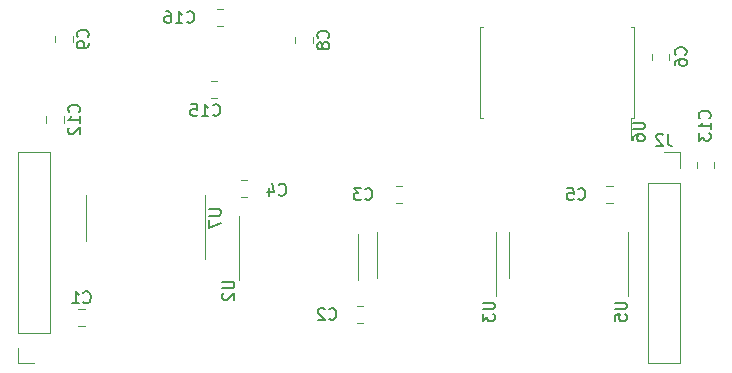
<source format=gbr>
%TF.GenerationSoftware,KiCad,Pcbnew,7.0.10*%
%TF.CreationDate,2024-02-26T12:25:31-08:00*%
%TF.ProjectId,vgaterm-top,76676174-6572-46d2-9d74-6f702e6b6963,rev?*%
%TF.SameCoordinates,Original*%
%TF.FileFunction,Legend,Bot*%
%TF.FilePolarity,Positive*%
%FSLAX46Y46*%
G04 Gerber Fmt 4.6, Leading zero omitted, Abs format (unit mm)*
G04 Created by KiCad (PCBNEW 7.0.10) date 2024-02-26 12:25:31*
%MOMM*%
%LPD*%
G01*
G04 APERTURE LIST*
%ADD10C,0.150000*%
%ADD11C,0.120000*%
G04 APERTURE END LIST*
D10*
X110061333Y-64688819D02*
X110061333Y-65403104D01*
X110061333Y-65403104D02*
X110108952Y-65545961D01*
X110108952Y-65545961D02*
X110204190Y-65641200D01*
X110204190Y-65641200D02*
X110347047Y-65688819D01*
X110347047Y-65688819D02*
X110442285Y-65688819D01*
X109632761Y-64784057D02*
X109585142Y-64736438D01*
X109585142Y-64736438D02*
X109489904Y-64688819D01*
X109489904Y-64688819D02*
X109251809Y-64688819D01*
X109251809Y-64688819D02*
X109156571Y-64736438D01*
X109156571Y-64736438D02*
X109108952Y-64784057D01*
X109108952Y-64784057D02*
X109061333Y-64879295D01*
X109061333Y-64879295D02*
X109061333Y-64974533D01*
X109061333Y-64974533D02*
X109108952Y-65117390D01*
X109108952Y-65117390D02*
X109680380Y-65688819D01*
X109680380Y-65688819D02*
X109061333Y-65688819D01*
X81392366Y-80369580D02*
X81439985Y-80417200D01*
X81439985Y-80417200D02*
X81582842Y-80464819D01*
X81582842Y-80464819D02*
X81678080Y-80464819D01*
X81678080Y-80464819D02*
X81820937Y-80417200D01*
X81820937Y-80417200D02*
X81916175Y-80321961D01*
X81916175Y-80321961D02*
X81963794Y-80226723D01*
X81963794Y-80226723D02*
X82011413Y-80036247D01*
X82011413Y-80036247D02*
X82011413Y-79893390D01*
X82011413Y-79893390D02*
X81963794Y-79702914D01*
X81963794Y-79702914D02*
X81916175Y-79607676D01*
X81916175Y-79607676D02*
X81820937Y-79512438D01*
X81820937Y-79512438D02*
X81678080Y-79464819D01*
X81678080Y-79464819D02*
X81582842Y-79464819D01*
X81582842Y-79464819D02*
X81439985Y-79512438D01*
X81439985Y-79512438D02*
X81392366Y-79560057D01*
X81011413Y-79560057D02*
X80963794Y-79512438D01*
X80963794Y-79512438D02*
X80868556Y-79464819D01*
X80868556Y-79464819D02*
X80630461Y-79464819D01*
X80630461Y-79464819D02*
X80535223Y-79512438D01*
X80535223Y-79512438D02*
X80487604Y-79560057D01*
X80487604Y-79560057D02*
X80439985Y-79655295D01*
X80439985Y-79655295D02*
X80439985Y-79750533D01*
X80439985Y-79750533D02*
X80487604Y-79893390D01*
X80487604Y-79893390D02*
X81059032Y-80464819D01*
X81059032Y-80464819D02*
X80439985Y-80464819D01*
X69349857Y-55223580D02*
X69397476Y-55271200D01*
X69397476Y-55271200D02*
X69540333Y-55318819D01*
X69540333Y-55318819D02*
X69635571Y-55318819D01*
X69635571Y-55318819D02*
X69778428Y-55271200D01*
X69778428Y-55271200D02*
X69873666Y-55175961D01*
X69873666Y-55175961D02*
X69921285Y-55080723D01*
X69921285Y-55080723D02*
X69968904Y-54890247D01*
X69968904Y-54890247D02*
X69968904Y-54747390D01*
X69968904Y-54747390D02*
X69921285Y-54556914D01*
X69921285Y-54556914D02*
X69873666Y-54461676D01*
X69873666Y-54461676D02*
X69778428Y-54366438D01*
X69778428Y-54366438D02*
X69635571Y-54318819D01*
X69635571Y-54318819D02*
X69540333Y-54318819D01*
X69540333Y-54318819D02*
X69397476Y-54366438D01*
X69397476Y-54366438D02*
X69349857Y-54414057D01*
X68397476Y-55318819D02*
X68968904Y-55318819D01*
X68683190Y-55318819D02*
X68683190Y-54318819D01*
X68683190Y-54318819D02*
X68778428Y-54461676D01*
X68778428Y-54461676D02*
X68873666Y-54556914D01*
X68873666Y-54556914D02*
X68968904Y-54604533D01*
X67540333Y-54318819D02*
X67730809Y-54318819D01*
X67730809Y-54318819D02*
X67826047Y-54366438D01*
X67826047Y-54366438D02*
X67873666Y-54414057D01*
X67873666Y-54414057D02*
X67968904Y-54556914D01*
X67968904Y-54556914D02*
X68016523Y-54747390D01*
X68016523Y-54747390D02*
X68016523Y-55128342D01*
X68016523Y-55128342D02*
X67968904Y-55223580D01*
X67968904Y-55223580D02*
X67921285Y-55271200D01*
X67921285Y-55271200D02*
X67826047Y-55318819D01*
X67826047Y-55318819D02*
X67635571Y-55318819D01*
X67635571Y-55318819D02*
X67540333Y-55271200D01*
X67540333Y-55271200D02*
X67492714Y-55223580D01*
X67492714Y-55223580D02*
X67445095Y-55128342D01*
X67445095Y-55128342D02*
X67445095Y-54890247D01*
X67445095Y-54890247D02*
X67492714Y-54795009D01*
X67492714Y-54795009D02*
X67540333Y-54747390D01*
X67540333Y-54747390D02*
X67635571Y-54699771D01*
X67635571Y-54699771D02*
X67826047Y-54699771D01*
X67826047Y-54699771D02*
X67921285Y-54747390D01*
X67921285Y-54747390D02*
X67968904Y-54795009D01*
X67968904Y-54795009D02*
X68016523Y-54890247D01*
X60205580Y-62835642D02*
X60253200Y-62788023D01*
X60253200Y-62788023D02*
X60300819Y-62645166D01*
X60300819Y-62645166D02*
X60300819Y-62549928D01*
X60300819Y-62549928D02*
X60253200Y-62407071D01*
X60253200Y-62407071D02*
X60157961Y-62311833D01*
X60157961Y-62311833D02*
X60062723Y-62264214D01*
X60062723Y-62264214D02*
X59872247Y-62216595D01*
X59872247Y-62216595D02*
X59729390Y-62216595D01*
X59729390Y-62216595D02*
X59538914Y-62264214D01*
X59538914Y-62264214D02*
X59443676Y-62311833D01*
X59443676Y-62311833D02*
X59348438Y-62407071D01*
X59348438Y-62407071D02*
X59300819Y-62549928D01*
X59300819Y-62549928D02*
X59300819Y-62645166D01*
X59300819Y-62645166D02*
X59348438Y-62788023D01*
X59348438Y-62788023D02*
X59396057Y-62835642D01*
X60300819Y-63788023D02*
X60300819Y-63216595D01*
X60300819Y-63502309D02*
X59300819Y-63502309D01*
X59300819Y-63502309D02*
X59443676Y-63407071D01*
X59443676Y-63407071D02*
X59538914Y-63311833D01*
X59538914Y-63311833D02*
X59586533Y-63216595D01*
X59396057Y-64168976D02*
X59348438Y-64216595D01*
X59348438Y-64216595D02*
X59300819Y-64311833D01*
X59300819Y-64311833D02*
X59300819Y-64549928D01*
X59300819Y-64549928D02*
X59348438Y-64645166D01*
X59348438Y-64645166D02*
X59396057Y-64692785D01*
X59396057Y-64692785D02*
X59491295Y-64740404D01*
X59491295Y-64740404D02*
X59586533Y-64740404D01*
X59586533Y-64740404D02*
X59729390Y-64692785D01*
X59729390Y-64692785D02*
X60300819Y-64121357D01*
X60300819Y-64121357D02*
X60300819Y-64740404D01*
X72352819Y-77216095D02*
X73162342Y-77216095D01*
X73162342Y-77216095D02*
X73257580Y-77263714D01*
X73257580Y-77263714D02*
X73305200Y-77311333D01*
X73305200Y-77311333D02*
X73352819Y-77406571D01*
X73352819Y-77406571D02*
X73352819Y-77597047D01*
X73352819Y-77597047D02*
X73305200Y-77692285D01*
X73305200Y-77692285D02*
X73257580Y-77739904D01*
X73257580Y-77739904D02*
X73162342Y-77787523D01*
X73162342Y-77787523D02*
X72352819Y-77787523D01*
X72448057Y-78216095D02*
X72400438Y-78263714D01*
X72400438Y-78263714D02*
X72352819Y-78358952D01*
X72352819Y-78358952D02*
X72352819Y-78597047D01*
X72352819Y-78597047D02*
X72400438Y-78692285D01*
X72400438Y-78692285D02*
X72448057Y-78739904D01*
X72448057Y-78739904D02*
X72543295Y-78787523D01*
X72543295Y-78787523D02*
X72638533Y-78787523D01*
X72638533Y-78787523D02*
X72781390Y-78739904D01*
X72781390Y-78739904D02*
X73352819Y-78168476D01*
X73352819Y-78168476D02*
X73352819Y-78787523D01*
X102474366Y-70209580D02*
X102521985Y-70257200D01*
X102521985Y-70257200D02*
X102664842Y-70304819D01*
X102664842Y-70304819D02*
X102760080Y-70304819D01*
X102760080Y-70304819D02*
X102902937Y-70257200D01*
X102902937Y-70257200D02*
X102998175Y-70161961D01*
X102998175Y-70161961D02*
X103045794Y-70066723D01*
X103045794Y-70066723D02*
X103093413Y-69876247D01*
X103093413Y-69876247D02*
X103093413Y-69733390D01*
X103093413Y-69733390D02*
X103045794Y-69542914D01*
X103045794Y-69542914D02*
X102998175Y-69447676D01*
X102998175Y-69447676D02*
X102902937Y-69352438D01*
X102902937Y-69352438D02*
X102760080Y-69304819D01*
X102760080Y-69304819D02*
X102664842Y-69304819D01*
X102664842Y-69304819D02*
X102521985Y-69352438D01*
X102521985Y-69352438D02*
X102474366Y-69400057D01*
X101569604Y-69304819D02*
X102045794Y-69304819D01*
X102045794Y-69304819D02*
X102093413Y-69781009D01*
X102093413Y-69781009D02*
X102045794Y-69733390D01*
X102045794Y-69733390D02*
X101950556Y-69685771D01*
X101950556Y-69685771D02*
X101712461Y-69685771D01*
X101712461Y-69685771D02*
X101617223Y-69733390D01*
X101617223Y-69733390D02*
X101569604Y-69781009D01*
X101569604Y-69781009D02*
X101521985Y-69876247D01*
X101521985Y-69876247D02*
X101521985Y-70114342D01*
X101521985Y-70114342D02*
X101569604Y-70209580D01*
X101569604Y-70209580D02*
X101617223Y-70257200D01*
X101617223Y-70257200D02*
X101712461Y-70304819D01*
X101712461Y-70304819D02*
X101950556Y-70304819D01*
X101950556Y-70304819D02*
X102045794Y-70257200D01*
X102045794Y-70257200D02*
X102093413Y-70209580D01*
X71213519Y-71055095D02*
X72023042Y-71055095D01*
X72023042Y-71055095D02*
X72118280Y-71102714D01*
X72118280Y-71102714D02*
X72165900Y-71150333D01*
X72165900Y-71150333D02*
X72213519Y-71245571D01*
X72213519Y-71245571D02*
X72213519Y-71436047D01*
X72213519Y-71436047D02*
X72165900Y-71531285D01*
X72165900Y-71531285D02*
X72118280Y-71578904D01*
X72118280Y-71578904D02*
X72023042Y-71626523D01*
X72023042Y-71626523D02*
X71213519Y-71626523D01*
X71213519Y-72007476D02*
X71213519Y-72674142D01*
X71213519Y-72674142D02*
X72213519Y-72245571D01*
X105572519Y-78994095D02*
X106382042Y-78994095D01*
X106382042Y-78994095D02*
X106477280Y-79041714D01*
X106477280Y-79041714D02*
X106524900Y-79089333D01*
X106524900Y-79089333D02*
X106572519Y-79184571D01*
X106572519Y-79184571D02*
X106572519Y-79375047D01*
X106572519Y-79375047D02*
X106524900Y-79470285D01*
X106524900Y-79470285D02*
X106477280Y-79517904D01*
X106477280Y-79517904D02*
X106382042Y-79565523D01*
X106382042Y-79565523D02*
X105572519Y-79565523D01*
X105572519Y-80517904D02*
X105572519Y-80041714D01*
X105572519Y-80041714D02*
X106048709Y-79994095D01*
X106048709Y-79994095D02*
X106001090Y-80041714D01*
X106001090Y-80041714D02*
X105953471Y-80136952D01*
X105953471Y-80136952D02*
X105953471Y-80375047D01*
X105953471Y-80375047D02*
X106001090Y-80470285D01*
X106001090Y-80470285D02*
X106048709Y-80517904D01*
X106048709Y-80517904D02*
X106143947Y-80565523D01*
X106143947Y-80565523D02*
X106382042Y-80565523D01*
X106382042Y-80565523D02*
X106477280Y-80517904D01*
X106477280Y-80517904D02*
X106524900Y-80470285D01*
X106524900Y-80470285D02*
X106572519Y-80375047D01*
X106572519Y-80375047D02*
X106572519Y-80136952D01*
X106572519Y-80136952D02*
X106524900Y-80041714D01*
X106524900Y-80041714D02*
X106477280Y-79994095D01*
X71551857Y-63097580D02*
X71599476Y-63145200D01*
X71599476Y-63145200D02*
X71742333Y-63192819D01*
X71742333Y-63192819D02*
X71837571Y-63192819D01*
X71837571Y-63192819D02*
X71980428Y-63145200D01*
X71980428Y-63145200D02*
X72075666Y-63049961D01*
X72075666Y-63049961D02*
X72123285Y-62954723D01*
X72123285Y-62954723D02*
X72170904Y-62764247D01*
X72170904Y-62764247D02*
X72170904Y-62621390D01*
X72170904Y-62621390D02*
X72123285Y-62430914D01*
X72123285Y-62430914D02*
X72075666Y-62335676D01*
X72075666Y-62335676D02*
X71980428Y-62240438D01*
X71980428Y-62240438D02*
X71837571Y-62192819D01*
X71837571Y-62192819D02*
X71742333Y-62192819D01*
X71742333Y-62192819D02*
X71599476Y-62240438D01*
X71599476Y-62240438D02*
X71551857Y-62288057D01*
X70599476Y-63192819D02*
X71170904Y-63192819D01*
X70885190Y-63192819D02*
X70885190Y-62192819D01*
X70885190Y-62192819D02*
X70980428Y-62335676D01*
X70980428Y-62335676D02*
X71075666Y-62430914D01*
X71075666Y-62430914D02*
X71170904Y-62478533D01*
X69694714Y-62192819D02*
X70170904Y-62192819D01*
X70170904Y-62192819D02*
X70218523Y-62669009D01*
X70218523Y-62669009D02*
X70170904Y-62621390D01*
X70170904Y-62621390D02*
X70075666Y-62573771D01*
X70075666Y-62573771D02*
X69837571Y-62573771D01*
X69837571Y-62573771D02*
X69742333Y-62621390D01*
X69742333Y-62621390D02*
X69694714Y-62669009D01*
X69694714Y-62669009D02*
X69647095Y-62764247D01*
X69647095Y-62764247D02*
X69647095Y-63002342D01*
X69647095Y-63002342D02*
X69694714Y-63097580D01*
X69694714Y-63097580D02*
X69742333Y-63145200D01*
X69742333Y-63145200D02*
X69837571Y-63192819D01*
X69837571Y-63192819D02*
X70075666Y-63192819D01*
X70075666Y-63192819D02*
X70170904Y-63145200D01*
X70170904Y-63145200D02*
X70218523Y-63097580D01*
X84440366Y-70209580D02*
X84487985Y-70257200D01*
X84487985Y-70257200D02*
X84630842Y-70304819D01*
X84630842Y-70304819D02*
X84726080Y-70304819D01*
X84726080Y-70304819D02*
X84868937Y-70257200D01*
X84868937Y-70257200D02*
X84964175Y-70161961D01*
X84964175Y-70161961D02*
X85011794Y-70066723D01*
X85011794Y-70066723D02*
X85059413Y-69876247D01*
X85059413Y-69876247D02*
X85059413Y-69733390D01*
X85059413Y-69733390D02*
X85011794Y-69542914D01*
X85011794Y-69542914D02*
X84964175Y-69447676D01*
X84964175Y-69447676D02*
X84868937Y-69352438D01*
X84868937Y-69352438D02*
X84726080Y-69304819D01*
X84726080Y-69304819D02*
X84630842Y-69304819D01*
X84630842Y-69304819D02*
X84487985Y-69352438D01*
X84487985Y-69352438D02*
X84440366Y-69400057D01*
X84107032Y-69304819D02*
X83487985Y-69304819D01*
X83487985Y-69304819D02*
X83821318Y-69685771D01*
X83821318Y-69685771D02*
X83678461Y-69685771D01*
X83678461Y-69685771D02*
X83583223Y-69733390D01*
X83583223Y-69733390D02*
X83535604Y-69781009D01*
X83535604Y-69781009D02*
X83487985Y-69876247D01*
X83487985Y-69876247D02*
X83487985Y-70114342D01*
X83487985Y-70114342D02*
X83535604Y-70209580D01*
X83535604Y-70209580D02*
X83583223Y-70257200D01*
X83583223Y-70257200D02*
X83678461Y-70304819D01*
X83678461Y-70304819D02*
X83964175Y-70304819D01*
X83964175Y-70304819D02*
X84059413Y-70257200D01*
X84059413Y-70257200D02*
X84107032Y-70209580D01*
X107096519Y-63754095D02*
X107906042Y-63754095D01*
X107906042Y-63754095D02*
X108001280Y-63801714D01*
X108001280Y-63801714D02*
X108048900Y-63849333D01*
X108048900Y-63849333D02*
X108096519Y-63944571D01*
X108096519Y-63944571D02*
X108096519Y-64135047D01*
X108096519Y-64135047D02*
X108048900Y-64230285D01*
X108048900Y-64230285D02*
X108001280Y-64277904D01*
X108001280Y-64277904D02*
X107906042Y-64325523D01*
X107906042Y-64325523D02*
X107096519Y-64325523D01*
X107096519Y-65230285D02*
X107096519Y-65039809D01*
X107096519Y-65039809D02*
X107144138Y-64944571D01*
X107144138Y-64944571D02*
X107191757Y-64896952D01*
X107191757Y-64896952D02*
X107334614Y-64801714D01*
X107334614Y-64801714D02*
X107525090Y-64754095D01*
X107525090Y-64754095D02*
X107906042Y-64754095D01*
X107906042Y-64754095D02*
X108001280Y-64801714D01*
X108001280Y-64801714D02*
X108048900Y-64849333D01*
X108048900Y-64849333D02*
X108096519Y-64944571D01*
X108096519Y-64944571D02*
X108096519Y-65135047D01*
X108096519Y-65135047D02*
X108048900Y-65230285D01*
X108048900Y-65230285D02*
X108001280Y-65277904D01*
X108001280Y-65277904D02*
X107906042Y-65325523D01*
X107906042Y-65325523D02*
X107667947Y-65325523D01*
X107667947Y-65325523D02*
X107572709Y-65277904D01*
X107572709Y-65277904D02*
X107525090Y-65230285D01*
X107525090Y-65230285D02*
X107477471Y-65135047D01*
X107477471Y-65135047D02*
X107477471Y-64944571D01*
X107477471Y-64944571D02*
X107525090Y-64849333D01*
X107525090Y-64849333D02*
X107572709Y-64801714D01*
X107572709Y-64801714D02*
X107667947Y-64754095D01*
X111557280Y-57999333D02*
X111604900Y-57951714D01*
X111604900Y-57951714D02*
X111652519Y-57808857D01*
X111652519Y-57808857D02*
X111652519Y-57713619D01*
X111652519Y-57713619D02*
X111604900Y-57570762D01*
X111604900Y-57570762D02*
X111509661Y-57475524D01*
X111509661Y-57475524D02*
X111414423Y-57427905D01*
X111414423Y-57427905D02*
X111223947Y-57380286D01*
X111223947Y-57380286D02*
X111081090Y-57380286D01*
X111081090Y-57380286D02*
X110890614Y-57427905D01*
X110890614Y-57427905D02*
X110795376Y-57475524D01*
X110795376Y-57475524D02*
X110700138Y-57570762D01*
X110700138Y-57570762D02*
X110652519Y-57713619D01*
X110652519Y-57713619D02*
X110652519Y-57808857D01*
X110652519Y-57808857D02*
X110700138Y-57951714D01*
X110700138Y-57951714D02*
X110747757Y-57999333D01*
X110652519Y-58856476D02*
X110652519Y-58666000D01*
X110652519Y-58666000D02*
X110700138Y-58570762D01*
X110700138Y-58570762D02*
X110747757Y-58523143D01*
X110747757Y-58523143D02*
X110890614Y-58427905D01*
X110890614Y-58427905D02*
X111081090Y-58380286D01*
X111081090Y-58380286D02*
X111462042Y-58380286D01*
X111462042Y-58380286D02*
X111557280Y-58427905D01*
X111557280Y-58427905D02*
X111604900Y-58475524D01*
X111604900Y-58475524D02*
X111652519Y-58570762D01*
X111652519Y-58570762D02*
X111652519Y-58761238D01*
X111652519Y-58761238D02*
X111604900Y-58856476D01*
X111604900Y-58856476D02*
X111557280Y-58904095D01*
X111557280Y-58904095D02*
X111462042Y-58951714D01*
X111462042Y-58951714D02*
X111223947Y-58951714D01*
X111223947Y-58951714D02*
X111128709Y-58904095D01*
X111128709Y-58904095D02*
X111081090Y-58856476D01*
X111081090Y-58856476D02*
X111033471Y-58761238D01*
X111033471Y-58761238D02*
X111033471Y-58570762D01*
X111033471Y-58570762D02*
X111081090Y-58475524D01*
X111081090Y-58475524D02*
X111128709Y-58427905D01*
X111128709Y-58427905D02*
X111223947Y-58380286D01*
X113589280Y-63365142D02*
X113636900Y-63317523D01*
X113636900Y-63317523D02*
X113684519Y-63174666D01*
X113684519Y-63174666D02*
X113684519Y-63079428D01*
X113684519Y-63079428D02*
X113636900Y-62936571D01*
X113636900Y-62936571D02*
X113541661Y-62841333D01*
X113541661Y-62841333D02*
X113446423Y-62793714D01*
X113446423Y-62793714D02*
X113255947Y-62746095D01*
X113255947Y-62746095D02*
X113113090Y-62746095D01*
X113113090Y-62746095D02*
X112922614Y-62793714D01*
X112922614Y-62793714D02*
X112827376Y-62841333D01*
X112827376Y-62841333D02*
X112732138Y-62936571D01*
X112732138Y-62936571D02*
X112684519Y-63079428D01*
X112684519Y-63079428D02*
X112684519Y-63174666D01*
X112684519Y-63174666D02*
X112732138Y-63317523D01*
X112732138Y-63317523D02*
X112779757Y-63365142D01*
X113684519Y-64317523D02*
X113684519Y-63746095D01*
X113684519Y-64031809D02*
X112684519Y-64031809D01*
X112684519Y-64031809D02*
X112827376Y-63936571D01*
X112827376Y-63936571D02*
X112922614Y-63841333D01*
X112922614Y-63841333D02*
X112970233Y-63746095D01*
X112684519Y-64650857D02*
X112684519Y-65269904D01*
X112684519Y-65269904D02*
X113065471Y-64936571D01*
X113065471Y-64936571D02*
X113065471Y-65079428D01*
X113065471Y-65079428D02*
X113113090Y-65174666D01*
X113113090Y-65174666D02*
X113160709Y-65222285D01*
X113160709Y-65222285D02*
X113255947Y-65269904D01*
X113255947Y-65269904D02*
X113494042Y-65269904D01*
X113494042Y-65269904D02*
X113589280Y-65222285D01*
X113589280Y-65222285D02*
X113636900Y-65174666D01*
X113636900Y-65174666D02*
X113684519Y-65079428D01*
X113684519Y-65079428D02*
X113684519Y-64793714D01*
X113684519Y-64793714D02*
X113636900Y-64698476D01*
X113636900Y-64698476D02*
X113589280Y-64650857D01*
X60938580Y-56496833D02*
X60986200Y-56449214D01*
X60986200Y-56449214D02*
X61033819Y-56306357D01*
X61033819Y-56306357D02*
X61033819Y-56211119D01*
X61033819Y-56211119D02*
X60986200Y-56068262D01*
X60986200Y-56068262D02*
X60890961Y-55973024D01*
X60890961Y-55973024D02*
X60795723Y-55925405D01*
X60795723Y-55925405D02*
X60605247Y-55877786D01*
X60605247Y-55877786D02*
X60462390Y-55877786D01*
X60462390Y-55877786D02*
X60271914Y-55925405D01*
X60271914Y-55925405D02*
X60176676Y-55973024D01*
X60176676Y-55973024D02*
X60081438Y-56068262D01*
X60081438Y-56068262D02*
X60033819Y-56211119D01*
X60033819Y-56211119D02*
X60033819Y-56306357D01*
X60033819Y-56306357D02*
X60081438Y-56449214D01*
X60081438Y-56449214D02*
X60129057Y-56496833D01*
X61033819Y-56973024D02*
X61033819Y-57163500D01*
X61033819Y-57163500D02*
X60986200Y-57258738D01*
X60986200Y-57258738D02*
X60938580Y-57306357D01*
X60938580Y-57306357D02*
X60795723Y-57401595D01*
X60795723Y-57401595D02*
X60605247Y-57449214D01*
X60605247Y-57449214D02*
X60224295Y-57449214D01*
X60224295Y-57449214D02*
X60129057Y-57401595D01*
X60129057Y-57401595D02*
X60081438Y-57353976D01*
X60081438Y-57353976D02*
X60033819Y-57258738D01*
X60033819Y-57258738D02*
X60033819Y-57068262D01*
X60033819Y-57068262D02*
X60081438Y-56973024D01*
X60081438Y-56973024D02*
X60129057Y-56925405D01*
X60129057Y-56925405D02*
X60224295Y-56877786D01*
X60224295Y-56877786D02*
X60462390Y-56877786D01*
X60462390Y-56877786D02*
X60557628Y-56925405D01*
X60557628Y-56925405D02*
X60605247Y-56973024D01*
X60605247Y-56973024D02*
X60652866Y-57068262D01*
X60652866Y-57068262D02*
X60652866Y-57258738D01*
X60652866Y-57258738D02*
X60605247Y-57353976D01*
X60605247Y-57353976D02*
X60557628Y-57401595D01*
X60557628Y-57401595D02*
X60462390Y-57449214D01*
X77128666Y-69828580D02*
X77176285Y-69876200D01*
X77176285Y-69876200D02*
X77319142Y-69923819D01*
X77319142Y-69923819D02*
X77414380Y-69923819D01*
X77414380Y-69923819D02*
X77557237Y-69876200D01*
X77557237Y-69876200D02*
X77652475Y-69780961D01*
X77652475Y-69780961D02*
X77700094Y-69685723D01*
X77700094Y-69685723D02*
X77747713Y-69495247D01*
X77747713Y-69495247D02*
X77747713Y-69352390D01*
X77747713Y-69352390D02*
X77700094Y-69161914D01*
X77700094Y-69161914D02*
X77652475Y-69066676D01*
X77652475Y-69066676D02*
X77557237Y-68971438D01*
X77557237Y-68971438D02*
X77414380Y-68923819D01*
X77414380Y-68923819D02*
X77319142Y-68923819D01*
X77319142Y-68923819D02*
X77176285Y-68971438D01*
X77176285Y-68971438D02*
X77128666Y-69019057D01*
X76271523Y-69257152D02*
X76271523Y-69923819D01*
X76509618Y-68876200D02*
X76747713Y-69590485D01*
X76747713Y-69590485D02*
X76128666Y-69590485D01*
X81287580Y-56580833D02*
X81335200Y-56533214D01*
X81335200Y-56533214D02*
X81382819Y-56390357D01*
X81382819Y-56390357D02*
X81382819Y-56295119D01*
X81382819Y-56295119D02*
X81335200Y-56152262D01*
X81335200Y-56152262D02*
X81239961Y-56057024D01*
X81239961Y-56057024D02*
X81144723Y-56009405D01*
X81144723Y-56009405D02*
X80954247Y-55961786D01*
X80954247Y-55961786D02*
X80811390Y-55961786D01*
X80811390Y-55961786D02*
X80620914Y-56009405D01*
X80620914Y-56009405D02*
X80525676Y-56057024D01*
X80525676Y-56057024D02*
X80430438Y-56152262D01*
X80430438Y-56152262D02*
X80382819Y-56295119D01*
X80382819Y-56295119D02*
X80382819Y-56390357D01*
X80382819Y-56390357D02*
X80430438Y-56533214D01*
X80430438Y-56533214D02*
X80478057Y-56580833D01*
X80811390Y-57152262D02*
X80763771Y-57057024D01*
X80763771Y-57057024D02*
X80716152Y-57009405D01*
X80716152Y-57009405D02*
X80620914Y-56961786D01*
X80620914Y-56961786D02*
X80573295Y-56961786D01*
X80573295Y-56961786D02*
X80478057Y-57009405D01*
X80478057Y-57009405D02*
X80430438Y-57057024D01*
X80430438Y-57057024D02*
X80382819Y-57152262D01*
X80382819Y-57152262D02*
X80382819Y-57342738D01*
X80382819Y-57342738D02*
X80430438Y-57437976D01*
X80430438Y-57437976D02*
X80478057Y-57485595D01*
X80478057Y-57485595D02*
X80573295Y-57533214D01*
X80573295Y-57533214D02*
X80620914Y-57533214D01*
X80620914Y-57533214D02*
X80716152Y-57485595D01*
X80716152Y-57485595D02*
X80763771Y-57437976D01*
X80763771Y-57437976D02*
X80811390Y-57342738D01*
X80811390Y-57342738D02*
X80811390Y-57152262D01*
X80811390Y-57152262D02*
X80859009Y-57057024D01*
X80859009Y-57057024D02*
X80906628Y-57009405D01*
X80906628Y-57009405D02*
X81001866Y-56961786D01*
X81001866Y-56961786D02*
X81192342Y-56961786D01*
X81192342Y-56961786D02*
X81287580Y-57009405D01*
X81287580Y-57009405D02*
X81335200Y-57057024D01*
X81335200Y-57057024D02*
X81382819Y-57152262D01*
X81382819Y-57152262D02*
X81382819Y-57342738D01*
X81382819Y-57342738D02*
X81335200Y-57437976D01*
X81335200Y-57437976D02*
X81287580Y-57485595D01*
X81287580Y-57485595D02*
X81192342Y-57533214D01*
X81192342Y-57533214D02*
X81001866Y-57533214D01*
X81001866Y-57533214D02*
X80906628Y-57485595D01*
X80906628Y-57485595D02*
X80859009Y-57437976D01*
X80859009Y-57437976D02*
X80811390Y-57342738D01*
X60585866Y-78943580D02*
X60633485Y-78991200D01*
X60633485Y-78991200D02*
X60776342Y-79038819D01*
X60776342Y-79038819D02*
X60871580Y-79038819D01*
X60871580Y-79038819D02*
X61014437Y-78991200D01*
X61014437Y-78991200D02*
X61109675Y-78895961D01*
X61109675Y-78895961D02*
X61157294Y-78800723D01*
X61157294Y-78800723D02*
X61204913Y-78610247D01*
X61204913Y-78610247D02*
X61204913Y-78467390D01*
X61204913Y-78467390D02*
X61157294Y-78276914D01*
X61157294Y-78276914D02*
X61109675Y-78181676D01*
X61109675Y-78181676D02*
X61014437Y-78086438D01*
X61014437Y-78086438D02*
X60871580Y-78038819D01*
X60871580Y-78038819D02*
X60776342Y-78038819D01*
X60776342Y-78038819D02*
X60633485Y-78086438D01*
X60633485Y-78086438D02*
X60585866Y-78134057D01*
X59633485Y-79038819D02*
X60204913Y-79038819D01*
X59919199Y-79038819D02*
X59919199Y-78038819D01*
X59919199Y-78038819D02*
X60014437Y-78181676D01*
X60014437Y-78181676D02*
X60109675Y-78276914D01*
X60109675Y-78276914D02*
X60204913Y-78324533D01*
X94396519Y-78994095D02*
X95206042Y-78994095D01*
X95206042Y-78994095D02*
X95301280Y-79041714D01*
X95301280Y-79041714D02*
X95348900Y-79089333D01*
X95348900Y-79089333D02*
X95396519Y-79184571D01*
X95396519Y-79184571D02*
X95396519Y-79375047D01*
X95396519Y-79375047D02*
X95348900Y-79470285D01*
X95348900Y-79470285D02*
X95301280Y-79517904D01*
X95301280Y-79517904D02*
X95206042Y-79565523D01*
X95206042Y-79565523D02*
X94396519Y-79565523D01*
X94396519Y-79946476D02*
X94396519Y-80565523D01*
X94396519Y-80565523D02*
X94777471Y-80232190D01*
X94777471Y-80232190D02*
X94777471Y-80375047D01*
X94777471Y-80375047D02*
X94825090Y-80470285D01*
X94825090Y-80470285D02*
X94872709Y-80517904D01*
X94872709Y-80517904D02*
X94967947Y-80565523D01*
X94967947Y-80565523D02*
X95206042Y-80565523D01*
X95206042Y-80565523D02*
X95301280Y-80517904D01*
X95301280Y-80517904D02*
X95348900Y-80470285D01*
X95348900Y-80470285D02*
X95396519Y-80375047D01*
X95396519Y-80375047D02*
X95396519Y-80089333D01*
X95396519Y-80089333D02*
X95348900Y-79994095D01*
X95348900Y-79994095D02*
X95301280Y-79946476D01*
D11*
%TO.C,J2*%
X111058000Y-84134000D02*
X108398000Y-84134000D01*
X111058000Y-68834000D02*
X111058000Y-84134000D01*
X111058000Y-68834000D02*
X108398000Y-68834000D01*
X111058000Y-67564000D02*
X111058000Y-66234000D01*
X111058000Y-66234000D02*
X109728000Y-66234000D01*
X108398000Y-68834000D02*
X108398000Y-84134000D01*
%TO.C,C2*%
X83758448Y-79275000D02*
X84280952Y-79275000D01*
X83758448Y-80745000D02*
X84280952Y-80745000D01*
%TO.C,C16*%
X71874748Y-54129000D02*
X72397252Y-54129000D01*
X71874748Y-55599000D02*
X72397252Y-55599000D01*
%TO.C,C12*%
X57431000Y-63739752D02*
X57431000Y-63217248D01*
X58901000Y-63739752D02*
X58901000Y-63217248D01*
%TO.C,U2*%
X83872700Y-75125000D02*
X83872700Y-73175000D01*
X83872700Y-75125000D02*
X83872700Y-77075000D01*
X73752700Y-75125000D02*
X73752700Y-71675000D01*
X73752700Y-75125000D02*
X73752700Y-77075000D01*
%TO.C,C5*%
X105384452Y-70585000D02*
X104861948Y-70585000D01*
X105384452Y-69115000D02*
X104861948Y-69115000D01*
%TO.C,U7*%
X60798700Y-71817000D02*
X60798700Y-73767000D01*
X60798700Y-71817000D02*
X60798700Y-69867000D01*
X70918700Y-71817000D02*
X70918700Y-75267000D01*
X70918700Y-71817000D02*
X70918700Y-69867000D01*
%TO.C,J1*%
X55058000Y-66234000D02*
X57718000Y-66234000D01*
X55058000Y-81534000D02*
X55058000Y-66234000D01*
X55058000Y-81534000D02*
X57718000Y-81534000D01*
X55058000Y-82804000D02*
X55058000Y-84134000D01*
X55058000Y-84134000D02*
X56388000Y-84134000D01*
X57718000Y-81534000D02*
X57718000Y-66234000D01*
%TO.C,U5*%
X96612700Y-74995000D02*
X96612700Y-76945000D01*
X96612700Y-74995000D02*
X96612700Y-73045000D01*
X106732700Y-74995000D02*
X106732700Y-78445000D01*
X106732700Y-74995000D02*
X106732700Y-73045000D01*
%TO.C,C15*%
X71910752Y-61695000D02*
X71388248Y-61695000D01*
X71910752Y-60225000D02*
X71388248Y-60225000D01*
%TO.C,C3*%
X87038948Y-69115000D02*
X87561452Y-69115000D01*
X87038948Y-70585000D02*
X87561452Y-70585000D01*
%TO.C,U6*%
X94146700Y-63374000D02*
X94381700Y-63374000D01*
X106931700Y-63374000D02*
X106931700Y-65189000D01*
X107166700Y-63374000D02*
X106931700Y-63374000D01*
X94146700Y-59514000D02*
X94146700Y-63374000D01*
X94146700Y-59514000D02*
X94146700Y-55654000D01*
X107166700Y-59514000D02*
X107166700Y-63374000D01*
X107166700Y-59514000D02*
X107166700Y-55654000D01*
X94146700Y-55654000D02*
X94381700Y-55654000D01*
X107166700Y-55654000D02*
X106931700Y-55654000D01*
%TO.C,C6*%
X110154700Y-57904748D02*
X110154700Y-58427252D01*
X108684700Y-57904748D02*
X108684700Y-58427252D01*
%TO.C,C13*%
X112494700Y-67592752D02*
X112494700Y-67070248D01*
X113964700Y-67592752D02*
X113964700Y-67070248D01*
%TO.C,C9*%
X59663000Y-56402248D02*
X59663000Y-56924752D01*
X58193000Y-56402248D02*
X58193000Y-56924752D01*
%TO.C,C4*%
X73906748Y-68607000D02*
X74429252Y-68607000D01*
X73906748Y-70077000D02*
X74429252Y-70077000D01*
%TO.C,C8*%
X78513000Y-57008752D02*
X78513000Y-56486248D01*
X79983000Y-57008752D02*
X79983000Y-56486248D01*
%TO.C,C1*%
X60680452Y-80999000D02*
X60157948Y-80999000D01*
X60680452Y-79529000D02*
X60157948Y-79529000D01*
%TO.C,U3*%
X85436700Y-74995000D02*
X85436700Y-76945000D01*
X85436700Y-74995000D02*
X85436700Y-73045000D01*
X95556700Y-74995000D02*
X95556700Y-78445000D01*
X95556700Y-74995000D02*
X95556700Y-73045000D01*
%TD*%
M02*

</source>
